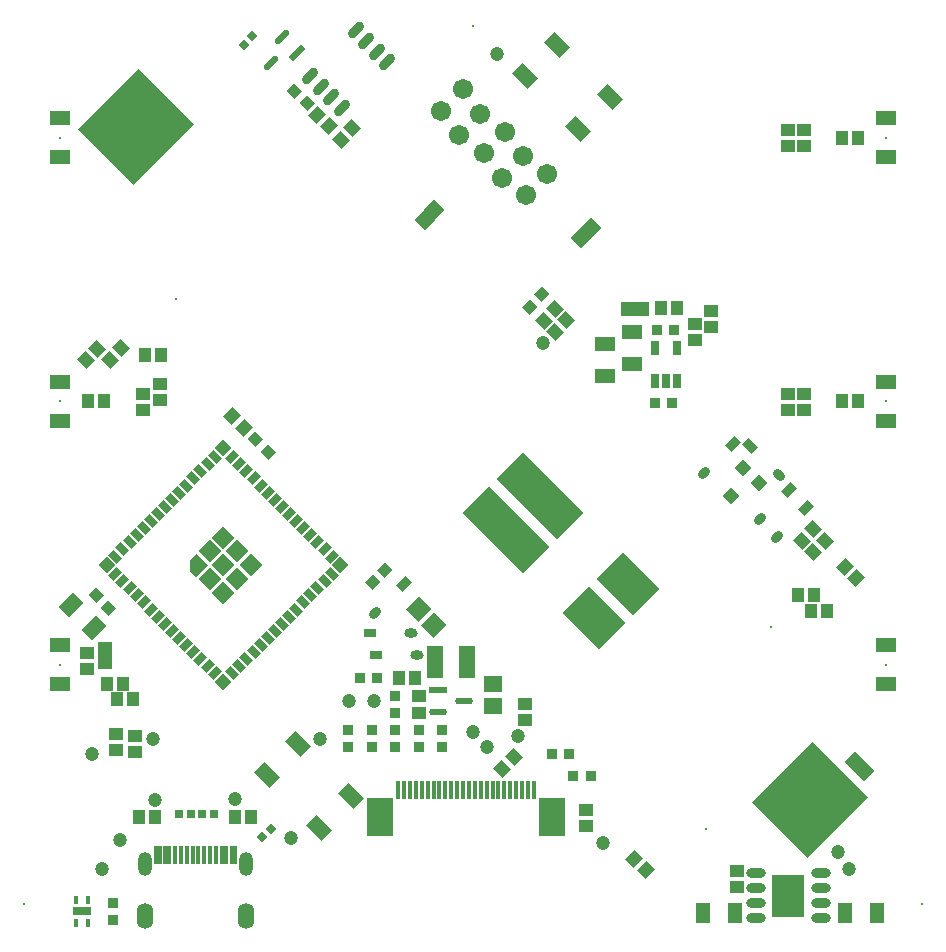
<source format=gts>
G04*
G04 #@! TF.GenerationSoftware,Altium Limited,Altium Designer,22.2.1 (43)*
G04*
G04 Layer_Color=8388736*
%FSLAX44Y44*%
%MOMM*%
G71*
G04*
G04 #@! TF.SameCoordinates,F22D7B0F-2773-4D4D-AF8D-6C822D1F900A*
G04*
G04*
G04 #@! TF.FilePolarity,Negative*
G04*
G01*
G75*
G04:AMPARAMS|DCode=21|XSize=1.1082mm|YSize=0.7821mm|CornerRadius=0.3911mm|HoleSize=0mm|Usage=FLASHONLY|Rotation=225.000|XOffset=0mm|YOffset=0mm|HoleType=Round|Shape=RoundedRectangle|*
%AMROUNDEDRECTD21*
21,1,1.1082,0.0000,0,0,225.0*
21,1,0.3261,0.7821,0,0,225.0*
1,1,0.7821,-0.1153,-0.1153*
1,1,0.7821,0.1153,0.1153*
1,1,0.7821,0.1153,0.1153*
1,1,0.7821,-0.1153,-0.1153*
%
%ADD21ROUNDEDRECTD21*%
G04:AMPARAMS|DCode=22|XSize=1.1082mm|YSize=0.7821mm|CornerRadius=0mm|HoleSize=0mm|Usage=FLASHONLY|Rotation=225.000|XOffset=0mm|YOffset=0mm|HoleType=Round|Shape=Rectangle|*
%AMROTATEDRECTD22*
4,1,4,0.1153,0.6683,0.6683,0.1153,-0.1153,-0.6683,-0.6683,-0.1153,0.1153,0.6683,0.0*
%
%ADD22ROTATEDRECTD22*%

G04:AMPARAMS|DCode=31|XSize=1.1082mm|YSize=0.7821mm|CornerRadius=0.3911mm|HoleSize=0mm|Usage=FLASHONLY|Rotation=315.000|XOffset=0mm|YOffset=0mm|HoleType=Round|Shape=RoundedRectangle|*
%AMROUNDEDRECTD31*
21,1,1.1082,0.0000,0,0,315.0*
21,1,0.3261,0.7821,0,0,315.0*
1,1,0.7821,0.1153,-0.1153*
1,1,0.7821,-0.1153,0.1153*
1,1,0.7821,-0.1153,0.1153*
1,1,0.7821,0.1153,-0.1153*
%
%ADD31ROUNDEDRECTD31*%
G04:AMPARAMS|DCode=32|XSize=1.1082mm|YSize=0.7821mm|CornerRadius=0mm|HoleSize=0mm|Usage=FLASHONLY|Rotation=315.000|XOffset=0mm|YOffset=0mm|HoleType=Round|Shape=Rectangle|*
%AMROTATEDRECTD32*
4,1,4,-0.6683,0.1153,-0.1153,0.6683,0.6683,-0.1153,0.1153,-0.6683,-0.6683,0.1153,0.0*
%
%ADD32ROTATEDRECTD32*%

G04:AMPARAMS|DCode=37|XSize=0.6654mm|YSize=0.6725mm|CornerRadius=0mm|HoleSize=0mm|Usage=FLASHONLY|Rotation=45.000|XOffset=0mm|YOffset=0mm|HoleType=Round|Shape=Rectangle|*
%AMROTATEDRECTD37*
4,1,4,0.0025,-0.4730,-0.4730,0.0025,-0.0025,0.4730,0.4730,-0.0025,0.0025,-0.4730,0.0*
%
%ADD37ROTATEDRECTD37*%

G04:AMPARAMS|DCode=38|XSize=1.5052mm|YSize=0.5721mm|CornerRadius=0.2861mm|HoleSize=0mm|Usage=FLASHONLY|Rotation=225.000|XOffset=0mm|YOffset=0mm|HoleType=Round|Shape=RoundedRectangle|*
%AMROUNDEDRECTD38*
21,1,1.5052,0.0000,0,0,225.0*
21,1,0.9331,0.5721,0,0,225.0*
1,1,0.5721,-0.3299,-0.3299*
1,1,0.5721,0.3299,0.3299*
1,1,0.5721,0.3299,0.3299*
1,1,0.5721,-0.3299,-0.3299*
%
%ADD38ROUNDEDRECTD38*%
G04:AMPARAMS|DCode=39|XSize=1.5052mm|YSize=0.5721mm|CornerRadius=0mm|HoleSize=0mm|Usage=FLASHONLY|Rotation=225.000|XOffset=0mm|YOffset=0mm|HoleType=Round|Shape=Rectangle|*
%AMROTATEDRECTD39*
4,1,4,0.3299,0.7345,0.7345,0.3299,-0.3299,-0.7345,-0.7345,-0.3299,0.3299,0.7345,0.0*
%
%ADD39ROTATEDRECTD39*%

%ADD40R,1.7582X1.3055*%
%ADD46R,0.9121X0.9581*%
%ADD47R,0.6654X0.6725*%
G04:AMPARAMS|DCode=48|XSize=0.9581mm|YSize=0.9121mm|CornerRadius=0mm|HoleSize=0mm|Usage=FLASHONLY|Rotation=315.000|XOffset=0mm|YOffset=0mm|HoleType=Round|Shape=Rectangle|*
%AMROTATEDRECTD48*
4,1,4,-0.6612,0.0163,-0.0163,0.6612,0.6612,-0.0163,0.0163,-0.6612,-0.6612,0.0163,0.0*
%
%ADD48ROTATEDRECTD48*%

G04:AMPARAMS|DCode=49|XSize=0.9581mm|YSize=0.9121mm|CornerRadius=0mm|HoleSize=0mm|Usage=FLASHONLY|Rotation=45.000|XOffset=0mm|YOffset=0mm|HoleType=Round|Shape=Rectangle|*
%AMROTATEDRECTD49*
4,1,4,-0.0163,-0.6612,-0.6612,-0.0163,0.0163,0.6612,0.6612,0.0163,-0.0163,-0.6612,0.0*
%
%ADD49ROTATEDRECTD49*%

%ADD52R,1.5052X0.5721*%
G04:AMPARAMS|DCode=53|XSize=1.5052mm|YSize=0.5721mm|CornerRadius=0.2861mm|HoleSize=0mm|Usage=FLASHONLY|Rotation=0.000|XOffset=0mm|YOffset=0mm|HoleType=Round|Shape=RoundedRectangle|*
%AMROUNDEDRECTD53*
21,1,1.5052,0.0000,0,0,0.0*
21,1,0.9331,0.5721,0,0,0.0*
1,1,0.5721,0.4666,0.0000*
1,1,0.5721,-0.4666,0.0000*
1,1,0.5721,-0.4666,0.0000*
1,1,0.5721,0.4666,0.0000*
%
%ADD53ROUNDEDRECTD53*%
%ADD55R,1.1082X0.7821*%
G04:AMPARAMS|DCode=56|XSize=1.1082mm|YSize=0.7821mm|CornerRadius=0.3911mm|HoleSize=0mm|Usage=FLASHONLY|Rotation=0.000|XOffset=0mm|YOffset=0mm|HoleType=Round|Shape=RoundedRectangle|*
%AMROUNDEDRECTD56*
21,1,1.1082,0.0000,0,0,0.0*
21,1,0.3261,0.7821,0,0,0.0*
1,1,0.7821,0.1631,0.0000*
1,1,0.7821,-0.1631,0.0000*
1,1,0.7821,-0.1631,0.0000*
1,1,0.7821,0.1631,0.0000*
%
%ADD56ROUNDEDRECTD56*%
%ADD58R,1.3055X1.7582*%
%ADD59R,0.9581X0.9121*%
G04:AMPARAMS|DCode=61|XSize=1.3055mm|YSize=1.7582mm|CornerRadius=0mm|HoleSize=0mm|Usage=FLASHONLY|Rotation=135.000|XOffset=0mm|YOffset=0mm|HoleType=Round|Shape=Rectangle|*
%AMROTATEDRECTD61*
4,1,4,1.0832,0.1601,-0.1601,-1.0832,-1.0832,-0.1601,0.1601,1.0832,1.0832,0.1601,0.0*
%
%ADD61ROTATEDRECTD61*%

%ADD64R,1.3549X2.7062*%
G04:AMPARAMS|DCode=66|XSize=1.4546mm|YSize=1.5562mm|CornerRadius=0mm|HoleSize=0mm|Usage=FLASHONLY|Rotation=315.000|XOffset=0mm|YOffset=0mm|HoleType=Round|Shape=Rectangle|*
%AMROTATEDRECTD66*
4,1,4,-1.0645,-0.0359,0.0359,1.0645,1.0645,0.0359,-0.0359,-1.0645,-1.0645,-0.0359,0.0*
%
%ADD66ROTATEDRECTD66*%

%ADD67R,1.5562X1.4546*%
%ADD69R,0.3500X0.6500*%
%ADD70R,0.3500X0.6500*%
%ADD71R,0.3500X0.6500*%
%ADD72R,1.1532X1.0032*%
%ADD73C,1.2032*%
G04:AMPARAMS|DCode=74|XSize=1.1532mm|YSize=1.0032mm|CornerRadius=0mm|HoleSize=0mm|Usage=FLASHONLY|Rotation=225.000|XOffset=0mm|YOffset=0mm|HoleType=Round|Shape=Rectangle|*
%AMROTATEDRECTD74*
4,1,4,0.0530,0.7624,0.7624,0.0530,-0.0530,-0.7624,-0.7624,-0.0530,0.0530,0.7624,0.0*
%
%ADD74ROTATEDRECTD74*%

G04:AMPARAMS|DCode=75|XSize=1.0032mm|YSize=0.6032mm|CornerRadius=0mm|HoleSize=0mm|Usage=FLASHONLY|Rotation=45.000|XOffset=0mm|YOffset=0mm|HoleType=Round|Shape=Rectangle|*
%AMROTATEDRECTD75*
4,1,4,-0.1414,-0.5679,-0.5679,-0.1414,0.1414,0.5679,0.5679,0.1414,-0.1414,-0.5679,0.0*
%
%ADD75ROTATEDRECTD75*%

%ADD76P,1.4187X4X90.0*%
G04:AMPARAMS|DCode=77|XSize=0.6032mm|YSize=1.0032mm|CornerRadius=0mm|HoleSize=0mm|Usage=FLASHONLY|Rotation=45.000|XOffset=0mm|YOffset=0mm|HoleType=Round|Shape=Rectangle|*
%AMROTATEDRECTD77*
4,1,4,0.1414,-0.5679,-0.5679,0.1414,-0.1414,0.5679,0.5679,-0.1414,0.1414,-0.5679,0.0*
%
%ADD77ROTATEDRECTD77*%

%ADD78P,1.9844X4X90.0*%
G04:AMPARAMS|DCode=79|XSize=3.2032mm|YSize=4.4032mm|CornerRadius=0mm|HoleSize=0mm|Usage=FLASHONLY|Rotation=45.000|XOffset=0mm|YOffset=0mm|HoleType=Round|Shape=Rectangle|*
%AMROTATEDRECTD79*
4,1,4,0.4243,-2.6893,-2.6893,0.4243,-0.4243,2.6893,2.6893,-0.4243,0.4243,-2.6893,0.0*
%
%ADD79ROTATEDRECTD79*%

G04:AMPARAMS|DCode=80|XSize=3.2032mm|YSize=7.2032mm|CornerRadius=0mm|HoleSize=0mm|Usage=FLASHONLY|Rotation=45.000|XOffset=0mm|YOffset=0mm|HoleType=Round|Shape=Rectangle|*
%AMROTATEDRECTD80*
4,1,4,1.4142,-3.6792,-3.6792,1.4142,-1.4142,3.6792,3.6792,-1.4142,1.4142,-3.6792,0.0*
%
%ADD80ROTATEDRECTD80*%

G04:AMPARAMS|DCode=81|XSize=1.1532mm|YSize=1.0032mm|CornerRadius=0mm|HoleSize=0mm|Usage=FLASHONLY|Rotation=135.000|XOffset=0mm|YOffset=0mm|HoleType=Round|Shape=Rectangle|*
%AMROTATEDRECTD81*
4,1,4,0.7624,-0.0530,0.0530,-0.7624,-0.7624,0.0530,-0.0530,0.7624,0.7624,-0.0530,0.0*
%
%ADD81ROTATEDRECTD81*%

%ADD82P,1.4187X4X360.0*%
%ADD83R,0.8032X1.2532*%
%ADD84R,1.0032X1.1532*%
%ADD85R,1.7032X1.2032*%
%ADD86P,1.7016X4X360.0*%
%ADD87R,2.2032X3.2032*%
%ADD88R,0.4000X1.6000*%
G04:AMPARAMS|DCode=89|XSize=0.8032mm|YSize=1.6532mm|CornerRadius=0mm|HoleSize=0mm|Usage=FLASHONLY|Rotation=315.000|XOffset=0mm|YOffset=0mm|HoleType=Round|Shape=Round|*
%AMOVALD89*
21,1,0.8500,0.8032,0.0000,0.0000,45.0*
1,1,0.8032,-0.3005,-0.3005*
1,1,0.8032,0.3005,0.3005*
%
%ADD89OVALD89*%

G04:AMPARAMS|DCode=90|XSize=6.7032mm|YSize=7.2032mm|CornerRadius=0mm|HoleSize=0mm|Usage=FLASHONLY|Rotation=315.000|XOffset=0mm|YOffset=0mm|HoleType=Round|Shape=Rectangle|*
%AMROTATEDRECTD90*
4,1,4,-4.9167,-0.1768,0.1768,4.9167,4.9167,0.1768,-0.1768,-4.9167,-4.9167,-0.1768,0.0*
%
%ADD90ROTATEDRECTD90*%

%ADD91R,1.2032X1.2032*%
%ADD92R,1.2532X1.1032*%
%ADD93R,1.2032X1.2032*%
%ADD94P,1.7016X4X90.0*%
%ADD95R,2.7232X3.6132*%
%ADD96O,1.6532X0.8032*%
G04:AMPARAMS|DCode=97|XSize=1.9032mm|YSize=1.2032mm|CornerRadius=0mm|HoleSize=0mm|Usage=FLASHONLY|Rotation=135.000|XOffset=0mm|YOffset=0mm|HoleType=Round|Shape=Rectangle|*
%AMROTATEDRECTD97*
4,1,4,1.0983,-0.2475,0.2475,-1.0983,-1.0983,0.2475,-0.2475,1.0983,1.0983,-0.2475,0.0*
%
%ADD97ROTATEDRECTD97*%

%ADD98R,0.4200X1.6000*%
%ADD99R,1.6000X0.7000*%
%ADD100C,0.2960*%
%ADD101C,0.2032*%
%ADD102C,1.7032*%
%ADD103O,1.4000X2.2000*%
%ADD104O,1.2000X2.0000*%
%ADD105C,0.1000*%
G36*
X-224803Y-96284D02*
X-234702Y-106184D01*
X-240005Y-100880D01*
Y-91688D01*
X-234702Y-86385D01*
X-224803Y-96284D01*
D02*
G37*
D21*
X195517Y-18233D02*
D03*
X243267Y-57233D02*
D03*
X257517Y-71983D02*
D03*
X-83233Y-136483D02*
D03*
D22*
X219983Y6233D02*
D03*
X267733Y-32767D02*
D03*
X281983Y-47517D02*
D03*
X-58767Y-112017D02*
D03*
D31*
X259233Y-19483D02*
D03*
D32*
X234767Y4983D02*
D03*
D37*
X-187250Y351750D02*
D03*
X-194371Y344628D02*
D03*
X-171439Y-319439D02*
D03*
X-178561Y-326561D02*
D03*
D38*
X-171032Y328968D02*
D03*
X-162186Y351249D02*
D03*
D39*
X-148751Y337814D02*
D03*
D40*
X112000Y63736D02*
D03*
Y91264D02*
D03*
X134500Y73986D02*
D03*
Y101514D02*
D03*
D46*
X-86000Y-235730D02*
D03*
Y-250270D02*
D03*
X-46000Y-235730D02*
D03*
Y-250270D02*
D03*
X-106000Y-235730D02*
D03*
Y-250270D02*
D03*
X-66000Y-221770D02*
D03*
Y-207230D02*
D03*
Y-235730D02*
D03*
Y-250270D02*
D03*
X-26000Y-235730D02*
D03*
Y-250270D02*
D03*
X-305000Y-381980D02*
D03*
Y-396520D02*
D03*
D47*
X-239214Y-306500D02*
D03*
X-249286D02*
D03*
X-229536D02*
D03*
X-219464D02*
D03*
D48*
X-174000Y0D02*
D03*
X-184281Y10281D02*
D03*
X-319141Y-121859D02*
D03*
X-308859Y-132141D02*
D03*
X-141000Y295000D02*
D03*
X-151281Y305281D02*
D03*
D49*
X48219Y122719D02*
D03*
X58500Y133000D02*
D03*
X-84641Y-110141D02*
D03*
X-74359Y-99859D02*
D03*
D52*
X-29505Y-201500D02*
D03*
D53*
Y-220500D02*
D03*
X-7495Y-211000D02*
D03*
D55*
X-82300Y-172250D02*
D03*
X-87050Y-153250D02*
D03*
D56*
X-47700Y-172250D02*
D03*
X-52450Y-153250D02*
D03*
D58*
X194473Y-391000D02*
D03*
X222000D02*
D03*
X342014Y-390750D02*
D03*
X314486D02*
D03*
D59*
X154230Y41250D02*
D03*
X168770D02*
D03*
X-95770Y-192000D02*
D03*
X-81230D02*
D03*
X170500Y102750D02*
D03*
X155960D02*
D03*
X84980Y-275000D02*
D03*
X99520D02*
D03*
X66730Y-256000D02*
D03*
X81270D02*
D03*
D61*
X-340732Y-130268D02*
D03*
X-321268Y-149732D02*
D03*
D64*
X-4994Y-178500D02*
D03*
X-32506D02*
D03*
D66*
X-46046Y-133704D02*
D03*
X-32954Y-146796D02*
D03*
D67*
X17000Y-196742D02*
D03*
Y-215258D02*
D03*
D69*
X-326003Y-399003D02*
D03*
X-326000Y-379500D02*
D03*
D70*
X-336000Y-399000D02*
D03*
D71*
Y-379500D02*
D03*
D72*
X201000Y105750D02*
D03*
Y119250D02*
D03*
X96000Y-303250D02*
D03*
Y-316750D02*
D03*
X187750Y107750D02*
D03*
Y94250D02*
D03*
X-265500Y43500D02*
D03*
Y57000D02*
D03*
X223750Y-355500D02*
D03*
Y-369000D02*
D03*
X279750Y258500D02*
D03*
Y272000D02*
D03*
X44000Y-227250D02*
D03*
Y-213750D02*
D03*
X279750Y35500D02*
D03*
Y49000D02*
D03*
X-286000Y-241000D02*
D03*
Y-254500D02*
D03*
X266500Y35500D02*
D03*
Y49000D02*
D03*
X-279500Y48750D02*
D03*
Y35250D02*
D03*
X266500Y258500D02*
D03*
Y272000D02*
D03*
X-327000Y-170250D02*
D03*
Y-183750D02*
D03*
X-302000Y-239250D02*
D03*
Y-252750D02*
D03*
D73*
X109750Y-331000D02*
D03*
X-104750Y-211000D02*
D03*
X20500Y336250D02*
D03*
X-269750Y-294750D02*
D03*
X-201250Y-294250D02*
D03*
X309000Y-339250D02*
D03*
X11500Y-250250D02*
D03*
X-323000Y-256000D02*
D03*
X-84250Y-211000D02*
D03*
X-154000Y-327250D02*
D03*
X318250Y-353500D02*
D03*
X59500Y91750D02*
D03*
X0Y-237250D02*
D03*
X38000Y-241000D02*
D03*
X-129250Y-243750D02*
D03*
X-271250Y-243250D02*
D03*
X-299250Y-328500D02*
D03*
X-314000Y-353500D02*
D03*
D74*
X146046Y-354296D02*
D03*
X136500Y-344750D02*
D03*
X314977Y-97477D02*
D03*
X324523Y-107023D02*
D03*
X-122227Y275227D02*
D03*
X-131773Y284773D02*
D03*
X-194227Y20227D02*
D03*
X-203773Y29773D02*
D03*
D75*
X-218792Y-187855D02*
D03*
X-224803Y-181844D02*
D03*
X-230813Y-175834D02*
D03*
X-236823Y-169823D02*
D03*
X-242834Y-163813D02*
D03*
X-248844Y-157803D02*
D03*
X-254855Y-151792D02*
D03*
X-260865Y-145782D02*
D03*
X-266875Y-139771D02*
D03*
X-272886Y-133761D02*
D03*
X-278896Y-127751D02*
D03*
X-284907Y-121740D02*
D03*
X-290917Y-115730D02*
D03*
X-296928Y-109719D02*
D03*
X-302938Y-103709D02*
D03*
X-119797Y-88860D02*
D03*
X-125808Y-82849D02*
D03*
X-131818Y-76839D02*
D03*
X-137828Y-70828D02*
D03*
X-143839Y-64818D02*
D03*
X-149849Y-58808D02*
D03*
X-155860Y-52797D02*
D03*
X-161870Y-46787D02*
D03*
X-167880Y-40776D02*
D03*
X-173891Y-34766D02*
D03*
X-179901Y-28756D02*
D03*
X-185912Y-22745D02*
D03*
X-191922Y-16735D02*
D03*
X-197932Y-10724D02*
D03*
X-203943Y-4714D02*
D03*
D76*
X-211367Y-195279D02*
D03*
X-310362Y-96284D02*
D03*
X-112373D02*
D03*
X-211367Y2711D02*
D03*
D77*
X-203943Y-187855D02*
D03*
X-197932Y-181844D02*
D03*
X-191922Y-175834D02*
D03*
X-185912Y-169823D02*
D03*
X-179901Y-163813D02*
D03*
X-173891Y-157803D02*
D03*
X-167880Y-151792D02*
D03*
X-161870Y-145782D02*
D03*
X-155860Y-139771D02*
D03*
X-149849Y-133761D02*
D03*
X-143839Y-127751D02*
D03*
X-137828Y-121740D02*
D03*
X-131818Y-115730D02*
D03*
X-125808Y-109719D02*
D03*
X-119797Y-103709D02*
D03*
X-218792Y-4714D02*
D03*
X-224803Y-10724D02*
D03*
X-230813Y-16735D02*
D03*
X-236823Y-22745D02*
D03*
X-242834Y-28756D02*
D03*
X-248844Y-34766D02*
D03*
X-254855Y-40776D02*
D03*
X-260865Y-46787D02*
D03*
X-266875Y-52797D02*
D03*
X-272886Y-58808D02*
D03*
X-278896Y-64818D02*
D03*
X-284907Y-70828D02*
D03*
X-290917Y-76839D02*
D03*
X-296928Y-82849D02*
D03*
X-302938Y-88860D02*
D03*
D78*
X-211367Y-96284D02*
D03*
Y-119619D02*
D03*
X-223035Y-107951D02*
D03*
X-199700D02*
D03*
X-188033Y-96284D02*
D03*
X-199700Y-84617D02*
D03*
X-211367Y-72950D02*
D03*
X-223035Y-84617D02*
D03*
D79*
X102466Y-140498D02*
D03*
X130750Y-112213D02*
D03*
D80*
X28219Y-66251D02*
D03*
X56504Y-37967D02*
D03*
D81*
X278477Y-75523D02*
D03*
X288023Y-65977D02*
D03*
X297523Y-75727D02*
D03*
X287977Y-85273D02*
D03*
X-102227Y273523D02*
D03*
X-111773Y263977D02*
D03*
X-318477Y87023D02*
D03*
X-328023Y77477D02*
D03*
X34273Y-258977D02*
D03*
X24727Y-268523D02*
D03*
X78773Y111023D02*
D03*
X69227Y101477D02*
D03*
X-307773Y77727D02*
D03*
X-298227Y87273D02*
D03*
X60204Y110954D02*
D03*
X69750Y120500D02*
D03*
D82*
X218265Y-37235D02*
D03*
X228518Y-13547D02*
D03*
X241953Y-26982D02*
D03*
D83*
X153750Y87500D02*
D03*
X172750D02*
D03*
Y60000D02*
D03*
X163250Y60000D02*
D03*
X153750Y60000D02*
D03*
D84*
X172250Y121250D02*
D03*
X158750D02*
D03*
X-277750Y81750D02*
D03*
X-264250D02*
D03*
X286500Y-135000D02*
D03*
X300000D02*
D03*
X326000Y42750D02*
D03*
X312500D02*
D03*
X-326000D02*
D03*
X-312500D02*
D03*
X289000Y-121250D02*
D03*
X275500D02*
D03*
X325500Y265250D02*
D03*
X312000D02*
D03*
X-288250Y-209250D02*
D03*
X-301750D02*
D03*
X-49250Y-192000D02*
D03*
X-62750D02*
D03*
X-296250Y-196500D02*
D03*
X-309750D02*
D03*
X-201250Y-309500D02*
D03*
X-187750D02*
D03*
X-269750D02*
D03*
X-283250D02*
D03*
D85*
X350000Y249000D02*
D03*
Y282000D02*
D03*
X-350000Y-197000D02*
D03*
Y-164000D02*
D03*
X350000Y-197000D02*
D03*
Y-164000D02*
D03*
Y26000D02*
D03*
Y59000D02*
D03*
X-350000Y249000D02*
D03*
Y282000D02*
D03*
Y26000D02*
D03*
Y59000D02*
D03*
D86*
X323250Y-262750D02*
D03*
X331382Y-270882D02*
D03*
D87*
X66650Y-309694D02*
D03*
X-78650D02*
D03*
D88*
X-63500Y-286194D02*
D03*
X-58500Y-286194D02*
D03*
X-53500D02*
D03*
X-48500D02*
D03*
X-43500D02*
D03*
X-38500D02*
D03*
X-33500Y-286194D02*
D03*
X-28500Y-286194D02*
D03*
X-23500D02*
D03*
X-18500D02*
D03*
X-13500D02*
D03*
X-8500D02*
D03*
X-3500D02*
D03*
X1500Y-286194D02*
D03*
X6500Y-286194D02*
D03*
X11500D02*
D03*
X16500D02*
D03*
X21500Y-286194D02*
D03*
X26500D02*
D03*
X31500D02*
D03*
X36500D02*
D03*
X41500Y-286194D02*
D03*
X46500D02*
D03*
X51500D02*
D03*
D89*
X-72502Y329577D02*
D03*
X-81482Y338557D02*
D03*
X-90463Y347537D02*
D03*
X-99443Y356518D02*
D03*
X-111039Y291040D02*
D03*
X-120020Y300020D02*
D03*
X-129000Y309000D02*
D03*
X-137980Y317980D02*
D03*
D90*
X285205Y-295205D02*
D03*
X-285205Y275205D02*
D03*
D91*
X131500Y121000D02*
D03*
X143000Y121000D02*
D03*
D92*
X-46000Y-207250D02*
D03*
Y-221750D02*
D03*
D93*
X-311750Y-166750D02*
D03*
Y-178250D02*
D03*
D94*
X99632Y188882D02*
D03*
X91500Y180750D02*
D03*
X-40882Y196368D02*
D03*
X-32750Y204500D02*
D03*
D95*
X267000Y-376000D02*
D03*
D96*
X294250Y-395050D02*
D03*
Y-382350D02*
D03*
Y-369650D02*
D03*
Y-356950D02*
D03*
X239750Y-395050D02*
D03*
Y-382350D02*
D03*
Y-369650D02*
D03*
Y-356950D02*
D03*
D97*
X-103291Y-291839D02*
D03*
X-147839Y-247291D02*
D03*
X-130161Y-318709D02*
D03*
X-174709Y-274161D02*
D03*
X115709Y299911D02*
D03*
X71161Y344459D02*
D03*
X88839Y273041D02*
D03*
X44291Y317589D02*
D03*
D98*
X-268500Y-341500D02*
D03*
X-265500D02*
D03*
X-260500D02*
D03*
X-257500D02*
D03*
X-252500D02*
D03*
X-247500D02*
D03*
X-242500D02*
D03*
X-237500D02*
D03*
X-232500D02*
D03*
X-227500D02*
D03*
X-222500D02*
D03*
X-217500D02*
D03*
X-212500D02*
D03*
X-209500D02*
D03*
X-204500D02*
D03*
X-201500D02*
D03*
D99*
X-331000Y-389250D02*
D03*
D100*
X0Y360000D02*
D03*
X-380000Y-383000D02*
D03*
X380000D02*
D03*
D101*
X350000Y265500D02*
D03*
X-350000Y-180500D02*
D03*
X350000D02*
D03*
Y42500D02*
D03*
X-350000Y265500D02*
D03*
X197297Y-319550D02*
D03*
X251897Y-148745D02*
D03*
X-251897Y128745D02*
D03*
X-350000Y42500D02*
D03*
D102*
X44921Y216829D02*
D03*
X62882Y234790D02*
D03*
X42093Y249922D02*
D03*
X26960Y270711D02*
D03*
X24132Y231961D02*
D03*
X-8960Y306632D02*
D03*
X-26921Y288671D02*
D03*
X6172Y285843D02*
D03*
X9000Y252750D02*
D03*
X-11789Y267882D02*
D03*
D103*
X-192000Y-393500D02*
D03*
X-278000D02*
D03*
D104*
X-192000Y-349199D02*
D03*
X-278000D02*
D03*
D105*
X-263900Y-354200D02*
D03*
X-206100D02*
D03*
M02*

</source>
